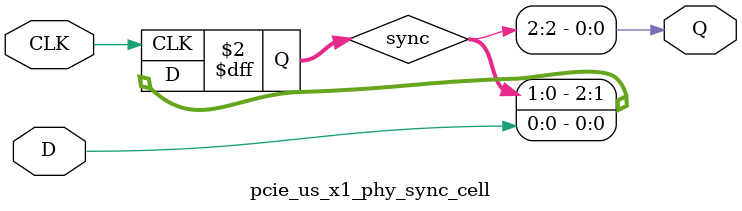
<source format=v>





`timescale 1ps / 1ps



//-------------------------------------------------------------------------------------------------
//  Synchronizer Library Module
//-------------------------------------------------------------------------------------------------
module pcie_us_x1_phy_sync_cell #
(
    parameter integer STAGE = 2
)
(
    //-------------------------------------------------------------------------- 
    //  Input Ports
    //-------------------------------------------------------------------------- 
    input                               CLK,
    input                               D,
    
    //-------------------------------------------------------------------------- 
    //  Output Ports
    //-------------------------------------------------------------------------- 
    output                              Q
);

    //-------------------------------------------------------------------------- 
    //  Synchronized Signals
    //--------------------------------------------------------------------------  
    (* KEEP = "TRUE", ASYNC_REG = "TRUE", SHIFT_EXTRACT = "NO" *) reg [STAGE:0] sync;                                                            



//--------------------------------------------------------------------------------------------------
//  Synchronizier
//--------------------------------------------------------------------------------------------------
always @ (posedge CLK)
begin

    sync <= {sync[(STAGE-1):0], D};
            
end   



//--------------------------------------------------------------------------------------------------
//  Generate Output
//--------------------------------------------------------------------------------------------------
assign Q = sync[STAGE];


endmodule


</source>
